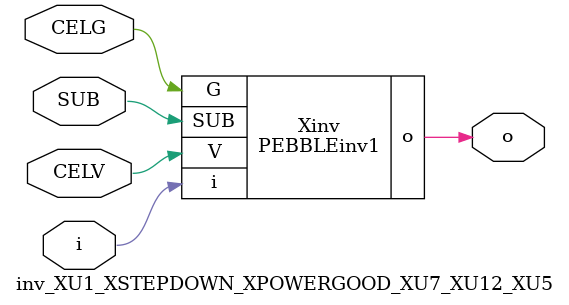
<source format=v>



module PEBBLEinv1 ( o, G, SUB, V, i );

  input V;
  input i;
  input G;
  output o;
  input SUB;
endmodule

//Celera Confidential Do Not Copy inv_XU1_XSTEPDOWN_XPOWERGOOD_XU7_XU12_XU5
//Celera Confidential Symbol Generator
//5V Inverter
module inv_XU1_XSTEPDOWN_XPOWERGOOD_XU7_XU12_XU5 (CELV,CELG,i,o,SUB);
input CELV;
input CELG;
input i;
input SUB;
output o;

//Celera Confidential Do Not Copy inv
PEBBLEinv1 Xinv(
.V (CELV),
.i (i),
.o (o),
.SUB (SUB),
.G (CELG)
);
//,diesize,PEBBLEinv1

//Celera Confidential Do Not Copy Module End
//Celera Schematic Generator
endmodule

</source>
